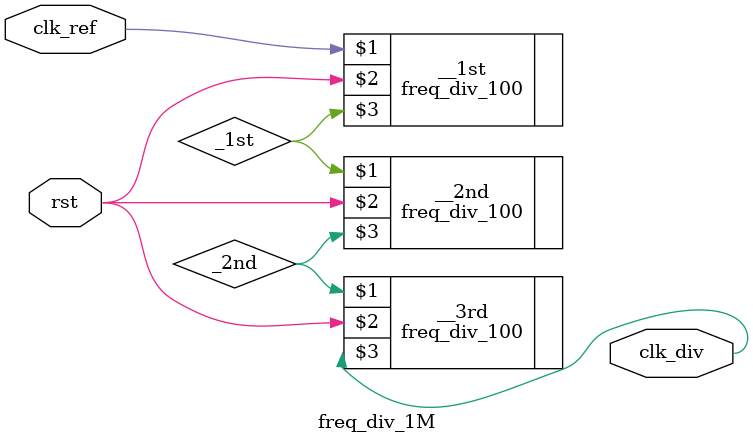
<source format=v>
`timescale 1ns / 1ps

module freq_div_1M(clk_ref, rst, clk_div);
	input clk_ref;
	input rst;
	output clk_div;
	
	wire _1st, _2nd, _3rd;
	
	freq_div_100 __1st (clk_ref, rst, _1st); //div 100
	freq_div_100 __2nd (_1st, rst, _2nd);    //div 100*100
	freq_div_100 __3rd (_2nd, rst, clk_div); //div 100*100*100 =1M

endmodule

</source>
